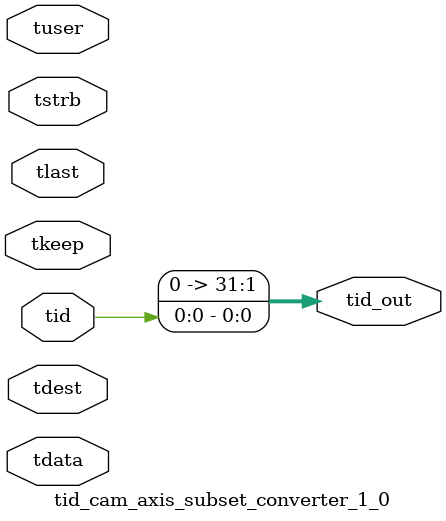
<source format=v>


`timescale 1ps/1ps

module tid_cam_axis_subset_converter_1_0 #
(
parameter C_S_AXIS_TID_WIDTH   = 1,
parameter C_S_AXIS_TUSER_WIDTH = 0,
parameter C_S_AXIS_TDATA_WIDTH = 0,
parameter C_S_AXIS_TDEST_WIDTH = 0,
parameter C_M_AXIS_TID_WIDTH   = 32
)
(
input  [(C_S_AXIS_TID_WIDTH   == 0 ? 1 : C_S_AXIS_TID_WIDTH)-1:0       ] tid,
input  [(C_S_AXIS_TDATA_WIDTH == 0 ? 1 : C_S_AXIS_TDATA_WIDTH)-1:0     ] tdata,
input  [(C_S_AXIS_TUSER_WIDTH == 0 ? 1 : C_S_AXIS_TUSER_WIDTH)-1:0     ] tuser,
input  [(C_S_AXIS_TDEST_WIDTH == 0 ? 1 : C_S_AXIS_TDEST_WIDTH)-1:0     ] tdest,
input  [(C_S_AXIS_TDATA_WIDTH/8)-1:0 ] tkeep,
input  [(C_S_AXIS_TDATA_WIDTH/8)-1:0 ] tstrb,
input                                                                    tlast,
output [(C_M_AXIS_TID_WIDTH   == 0 ? 1 : C_M_AXIS_TID_WIDTH)-1:0       ] tid_out
);

assign tid_out = {tid[0:0]};

endmodule


</source>
